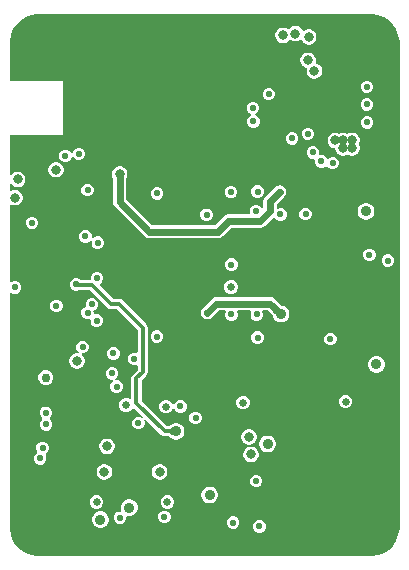
<source format=gbr>
%TF.GenerationSoftware,Altium Limited,Altium Designer,23.9.2 (47)*%
G04 Layer_Physical_Order=5*
G04 Layer_Color=16737945*
%FSLAX45Y45*%
%MOMM*%
%TF.SameCoordinates,C6D65D71-24B2-464F-8DE7-77A712877E08*%
%TF.FilePolarity,Positive*%
%TF.FileFunction,Copper,L5,Inr,Signal*%
%TF.Part,Single*%
G01*
G75*
%TA.AperFunction,Conductor*%
%ADD42C,0.62000*%
%ADD43C,0.35000*%
%TA.AperFunction,ComponentPad*%
%ADD56C,4.00000*%
%ADD57O,1.15800X2.31600*%
%ADD58O,1.20000X2.40000*%
%ADD59C,0.60000*%
%ADD60C,0.63000*%
%TA.AperFunction,ViaPad*%
%ADD61C,0.55000*%
%ADD62C,0.80000*%
%ADD63C,0.50000*%
%ADD64C,0.90000*%
%ADD65C,0.65000*%
%ADD66C,0.75000*%
G36*
X3195089Y4707739D02*
X3241314Y4688592D01*
X3282916Y4660795D01*
X3318295Y4625416D01*
X3346092Y4583814D01*
X3365239Y4537589D01*
X3375000Y4488517D01*
Y4463500D01*
Y376500D01*
Y351483D01*
X3365239Y302411D01*
X3346092Y256186D01*
X3318295Y214585D01*
X3282916Y179205D01*
X3241314Y151408D01*
X3195089Y132261D01*
X3146017Y122500D01*
X329000D01*
X303983Y122500D01*
X254911Y132261D01*
X208686Y151408D01*
X167085Y179205D01*
X131706Y214585D01*
X103908Y256186D01*
X84761Y302411D01*
X75000Y351483D01*
Y376500D01*
Y2353274D01*
X86734Y2358135D01*
X89415Y2355454D01*
X108858Y2347400D01*
X129902D01*
X149345Y2355454D01*
X164226Y2370335D01*
X172280Y2389778D01*
Y2410822D01*
X164226Y2430265D01*
X149345Y2445146D01*
X129902Y2453200D01*
X108858D01*
X89415Y2445146D01*
X86734Y2442465D01*
X75000Y2447326D01*
Y3095200D01*
X87700Y3102533D01*
X94136Y3098817D01*
X110770Y3094360D01*
X127990D01*
X144624Y3098817D01*
X159537Y3107427D01*
X171713Y3119603D01*
X180323Y3134516D01*
X184780Y3151150D01*
Y3168370D01*
X180323Y3185004D01*
X171713Y3199917D01*
X159537Y3212093D01*
X144624Y3220703D01*
X127990Y3225160D01*
X110770D01*
X94136Y3220703D01*
X87700Y3216987D01*
X75000Y3224320D01*
Y3274962D01*
X87700Y3278365D01*
X89907Y3274543D01*
X102083Y3262367D01*
X116996Y3253757D01*
X133630Y3249300D01*
X150850D01*
X167484Y3253757D01*
X182397Y3262367D01*
X194573Y3274543D01*
X203183Y3289456D01*
X207640Y3306090D01*
Y3323310D01*
X203183Y3339944D01*
X194573Y3354857D01*
X182397Y3367033D01*
X167484Y3375643D01*
X150850Y3380100D01*
X133630D01*
X116996Y3375643D01*
X102083Y3367033D01*
X89907Y3354857D01*
X87700Y3351035D01*
X75000Y3354438D01*
Y3690000D01*
X527500D01*
Y4145000D01*
X75000D01*
Y4463500D01*
X75000Y4488517D01*
X84761Y4537589D01*
X103907Y4583814D01*
X131704Y4625416D01*
X167083Y4660795D01*
X208685Y4688592D01*
X254910Y4707739D01*
X303983Y4717500D01*
X329000Y4717500D01*
X3121000Y4717500D01*
X3146017D01*
X3195089Y4707739D01*
D02*
G37*
%LPC*%
G36*
X2502890Y4614540D02*
X2485670D01*
X2469036Y4610083D01*
X2454123Y4601473D01*
X2441947Y4589297D01*
X2440921Y4587520D01*
X2430232Y4586112D01*
X2415319Y4594723D01*
X2398685Y4599180D01*
X2381465D01*
X2364832Y4594723D01*
X2349919Y4586112D01*
X2337742Y4573936D01*
X2329132Y4559023D01*
X2324675Y4542390D01*
Y4525170D01*
X2329132Y4508536D01*
X2337742Y4493623D01*
X2349919Y4481447D01*
X2364832Y4472837D01*
X2381465Y4468380D01*
X2398685D01*
X2415319Y4472837D01*
X2430232Y4481447D01*
X2442408Y4493623D01*
X2443434Y4495400D01*
X2454124Y4496807D01*
X2469036Y4488197D01*
X2485670Y4483740D01*
X2502890D01*
X2519524Y4488197D01*
X2531495Y4495109D01*
X2540155Y4494031D01*
X2546528Y4490938D01*
X2553707Y4478503D01*
X2565883Y4466327D01*
X2580796Y4457717D01*
X2597430Y4453260D01*
X2614650D01*
X2631284Y4457717D01*
X2646197Y4466327D01*
X2658373Y4478503D01*
X2666983Y4493416D01*
X2671440Y4510050D01*
Y4527270D01*
X2666983Y4543904D01*
X2658373Y4558817D01*
X2646197Y4570993D01*
X2631284Y4579603D01*
X2614650Y4584060D01*
X2597430D01*
X2580796Y4579603D01*
X2568825Y4572691D01*
X2560165Y4573769D01*
X2553792Y4576862D01*
X2546613Y4589297D01*
X2534437Y4601473D01*
X2519524Y4610083D01*
X2502890Y4614540D01*
D02*
G37*
G36*
X2609570Y4388480D02*
X2592350D01*
X2575716Y4384023D01*
X2560803Y4375413D01*
X2548627Y4363237D01*
X2540017Y4348324D01*
X2535560Y4331690D01*
Y4314470D01*
X2540017Y4297836D01*
X2548627Y4282923D01*
X2560803Y4270747D01*
X2575716Y4262137D01*
X2581993Y4260455D01*
X2592274Y4257224D01*
X2590385Y4245794D01*
X2588900Y4240250D01*
Y4223030D01*
X2593357Y4206396D01*
X2601967Y4191483D01*
X2614143Y4179307D01*
X2629056Y4170697D01*
X2645690Y4166240D01*
X2662910D01*
X2679544Y4170697D01*
X2694457Y4179307D01*
X2706633Y4191483D01*
X2715243Y4206396D01*
X2719700Y4223030D01*
Y4240250D01*
X2715243Y4256884D01*
X2706633Y4271797D01*
X2694457Y4283973D01*
X2679544Y4292583D01*
X2673267Y4294265D01*
X2662986Y4297496D01*
X2664875Y4308926D01*
X2666360Y4314470D01*
Y4331690D01*
X2661903Y4348324D01*
X2653293Y4363237D01*
X2641117Y4375413D01*
X2626204Y4384023D01*
X2609570Y4388480D01*
D02*
G37*
G36*
X3108900Y4151338D02*
X3087855D01*
X3068412Y4143284D01*
X3053532Y4128403D01*
X3045478Y4108960D01*
Y4087915D01*
X3053532Y4068472D01*
X3068412Y4053592D01*
X3087855Y4045538D01*
X3108900D01*
X3128343Y4053592D01*
X3143224Y4068472D01*
X3151278Y4087915D01*
Y4108960D01*
X3143224Y4128403D01*
X3128343Y4143284D01*
X3108900Y4151338D01*
D02*
G37*
G36*
X2279035Y4090045D02*
X2257990D01*
X2238547Y4081991D01*
X2223666Y4067110D01*
X2215613Y4047667D01*
Y4026622D01*
X2223666Y4007179D01*
X2238547Y3992299D01*
X2257990Y3984245D01*
X2279035D01*
X2298478Y3992299D01*
X2313359Y4007179D01*
X2321412Y4026622D01*
Y4047667D01*
X2313359Y4067110D01*
X2298478Y4081991D01*
X2279035Y4090045D01*
D02*
G37*
G36*
X3109322Y4002600D02*
X3088278D01*
X3068835Y3994546D01*
X3053954Y3979665D01*
X3045900Y3960222D01*
Y3939178D01*
X3053954Y3919735D01*
X3068835Y3904854D01*
X3088278Y3896800D01*
X3109322D01*
X3128765Y3904854D01*
X3143646Y3919735D01*
X3151700Y3939178D01*
Y3960222D01*
X3143646Y3979665D01*
X3128765Y3994546D01*
X3109322Y4002600D01*
D02*
G37*
G36*
X2144122Y3972120D02*
X2123078D01*
X2103635Y3964066D01*
X2088754Y3949185D01*
X2080700Y3929742D01*
Y3908698D01*
X2088754Y3889255D01*
X2103635Y3874374D01*
X2117105Y3868794D01*
Y3855048D01*
X2107854Y3851216D01*
X2092973Y3836335D01*
X2084920Y3816892D01*
Y3795847D01*
X2092973Y3776404D01*
X2107854Y3761523D01*
X2127297Y3753470D01*
X2148342D01*
X2167785Y3761523D01*
X2182666Y3776404D01*
X2190719Y3795847D01*
Y3816892D01*
X2182666Y3836335D01*
X2167785Y3851216D01*
X2154314Y3856795D01*
Y3870542D01*
X2163565Y3874374D01*
X2178446Y3889255D01*
X2186500Y3908698D01*
Y3929742D01*
X2178446Y3949185D01*
X2163565Y3964066D01*
X2144122Y3972120D01*
D02*
G37*
G36*
X3111709Y3850206D02*
X3090664D01*
X3071221Y3842153D01*
X3056340Y3827272D01*
X3048287Y3807829D01*
Y3786784D01*
X3056340Y3767341D01*
X3071221Y3752460D01*
X3090664Y3744407D01*
X3111709D01*
X3131152Y3752460D01*
X3146033Y3767341D01*
X3154086Y3786784D01*
Y3807829D01*
X3146033Y3827272D01*
X3131152Y3842153D01*
X3111709Y3850206D01*
D02*
G37*
G36*
X2903191Y3710765D02*
X2885970D01*
X2869337Y3706308D01*
X2862937Y3702613D01*
X2857344Y3705843D01*
X2840710Y3710300D01*
X2823490D01*
X2806856Y3705843D01*
X2791943Y3697233D01*
X2779767Y3685057D01*
X2771157Y3670144D01*
X2766700Y3653510D01*
Y3636290D01*
X2771157Y3619656D01*
X2779767Y3604743D01*
X2791943Y3592567D01*
X2806856Y3583957D01*
X2823490Y3579500D01*
X2832067D01*
Y3569679D01*
X2836524Y3553045D01*
X2845134Y3538132D01*
X2857310Y3525956D01*
X2872223Y3517346D01*
X2888857Y3512889D01*
X2906077D01*
X2922710Y3517346D01*
X2937328Y3525785D01*
X2946556Y3520457D01*
X2963190Y3516000D01*
X2980410D01*
X2997044Y3520457D01*
X3011957Y3529067D01*
X3024133Y3541243D01*
X3032743Y3556156D01*
X3037200Y3572790D01*
Y3590010D01*
X3032743Y3606644D01*
X3028987Y3613150D01*
X3032743Y3619656D01*
X3037200Y3636290D01*
Y3653510D01*
X3032743Y3670144D01*
X3024133Y3685057D01*
X3011957Y3697233D01*
X2997044Y3705843D01*
X2980410Y3710300D01*
X2963190D01*
X2946556Y3705843D01*
X2933593Y3698359D01*
X2919824Y3706308D01*
X2903191Y3710765D01*
D02*
G37*
G36*
X2610007Y3752900D02*
X2588963D01*
X2569520Y3744846D01*
X2554639Y3729965D01*
X2546585Y3710522D01*
Y3689478D01*
X2554639Y3670035D01*
X2569520Y3655154D01*
X2588963Y3647100D01*
X2610007D01*
X2629450Y3655154D01*
X2644331Y3670035D01*
X2652385Y3689478D01*
Y3710522D01*
X2644331Y3729965D01*
X2629450Y3744846D01*
X2610007Y3752900D01*
D02*
G37*
G36*
X2476862Y3715580D02*
X2455818D01*
X2436375Y3707526D01*
X2421494Y3692645D01*
X2413440Y3673202D01*
Y3652158D01*
X2421494Y3632715D01*
X2436375Y3617834D01*
X2455818Y3609780D01*
X2476862D01*
X2496305Y3617834D01*
X2511186Y3632715D01*
X2519240Y3652158D01*
Y3673202D01*
X2511186Y3692645D01*
X2496305Y3707526D01*
X2476862Y3715580D01*
D02*
G37*
G36*
X670922Y3583500D02*
X649878D01*
X630435Y3575446D01*
X615554Y3560565D01*
X607500Y3541122D01*
Y3536008D01*
X594800Y3533481D01*
X590946Y3542785D01*
X576065Y3557666D01*
X556622Y3565720D01*
X535578D01*
X516135Y3557666D01*
X501254Y3542785D01*
X493200Y3523342D01*
Y3502298D01*
X501254Y3482855D01*
X516135Y3467974D01*
X535578Y3459920D01*
X556622D01*
X576065Y3467974D01*
X590946Y3482855D01*
X599000Y3502298D01*
Y3507412D01*
X611700Y3509939D01*
X615554Y3500635D01*
X630435Y3485754D01*
X649878Y3477700D01*
X670922D01*
X690365Y3485754D01*
X705246Y3500635D01*
X713300Y3520078D01*
Y3541122D01*
X705246Y3560565D01*
X690365Y3575446D01*
X670922Y3583500D01*
D02*
G37*
G36*
X2652122Y3596200D02*
X2631078D01*
X2611635Y3588146D01*
X2596754Y3573265D01*
X2588700Y3553822D01*
Y3532778D01*
X2596754Y3513335D01*
X2611635Y3498454D01*
X2631078Y3490400D01*
X2652122D01*
X2661159Y3480397D01*
X2659793Y3477100D01*
Y3456055D01*
X2667847Y3436612D01*
X2682728Y3421732D01*
X2702171Y3413678D01*
X2723216D01*
X2742658Y3421732D01*
X2749158Y3428231D01*
X2764139Y3425252D01*
X2765291Y3422472D01*
X2780171Y3407591D01*
X2799614Y3399538D01*
X2820659D01*
X2840102Y3407591D01*
X2854983Y3422472D01*
X2863037Y3441915D01*
Y3462960D01*
X2854983Y3482403D01*
X2840102Y3497284D01*
X2820659Y3505337D01*
X2799614D01*
X2780171Y3497284D01*
X2773672Y3490784D01*
X2758691Y3493763D01*
X2757539Y3496543D01*
X2742658Y3511424D01*
X2723216Y3519478D01*
X2702171D01*
X2693134Y3529481D01*
X2694500Y3532778D01*
Y3553822D01*
X2686446Y3573265D01*
X2671565Y3588146D01*
X2652122Y3596200D01*
D02*
G37*
G36*
X476610Y3462020D02*
X459390D01*
X442756Y3457563D01*
X427843Y3448953D01*
X415667Y3436776D01*
X407057Y3421863D01*
X402600Y3405230D01*
Y3388010D01*
X407057Y3371376D01*
X415667Y3356463D01*
X427843Y3344287D01*
X442756Y3335677D01*
X459390Y3331220D01*
X476610D01*
X493243Y3335677D01*
X508156Y3344287D01*
X520333Y3356463D01*
X528943Y3371376D01*
X533400Y3388010D01*
Y3405230D01*
X528943Y3421863D01*
X520333Y3436776D01*
X508156Y3448953D01*
X493243Y3457563D01*
X476610Y3462020D01*
D02*
G37*
G36*
X744582Y3276160D02*
X723538D01*
X704095Y3268106D01*
X689214Y3253225D01*
X681160Y3233782D01*
Y3212738D01*
X689214Y3193295D01*
X704095Y3178414D01*
X723538Y3170360D01*
X744582D01*
X764025Y3178414D01*
X778906Y3193295D01*
X786960Y3212738D01*
Y3233782D01*
X778906Y3253225D01*
X764025Y3268106D01*
X744582Y3276160D01*
D02*
G37*
G36*
X2183536Y3264022D02*
X2162491D01*
X2143048Y3255968D01*
X2128167Y3241087D01*
X2120114Y3221644D01*
Y3200599D01*
X2128167Y3181156D01*
X2143048Y3166276D01*
X2162491Y3158222D01*
X2183536D01*
X2202979Y3166276D01*
X2217860Y3181156D01*
X2225914Y3200599D01*
Y3221644D01*
X2217860Y3241087D01*
X2202979Y3255968D01*
X2183536Y3264022D01*
D02*
G37*
G36*
X1958702Y3260920D02*
X1937658D01*
X1918215Y3252866D01*
X1903334Y3237985D01*
X1895280Y3218542D01*
Y3197498D01*
X1903334Y3178055D01*
X1918215Y3163174D01*
X1937658Y3155120D01*
X1958702D01*
X1978145Y3163174D01*
X1993026Y3178055D01*
X2001080Y3197498D01*
Y3218542D01*
X1993026Y3237985D01*
X1978145Y3252866D01*
X1958702Y3260920D01*
D02*
G37*
G36*
X1332862Y3248189D02*
X1311818D01*
X1292375Y3240135D01*
X1277494Y3225254D01*
X1269440Y3205811D01*
Y3184766D01*
X1277494Y3165323D01*
X1292375Y3150443D01*
X1311818Y3142389D01*
X1332862D01*
X1352305Y3150443D01*
X1367186Y3165323D01*
X1375240Y3184766D01*
Y3205811D01*
X1367186Y3225254D01*
X1352305Y3240135D01*
X1332862Y3248189D01*
D02*
G37*
G36*
X3100489Y3114655D02*
X3081952D01*
X3064047Y3109858D01*
X3047994Y3100589D01*
X3034886Y3087482D01*
X3025618Y3071429D01*
X3020820Y3053524D01*
Y3034987D01*
X3025618Y3017082D01*
X3034886Y3001029D01*
X3047994Y2987921D01*
X3064047Y2978653D01*
X3081952Y2973855D01*
X3100489D01*
X3118394Y2978653D01*
X3134447Y2987921D01*
X3147554Y3001029D01*
X3156823Y3017082D01*
X3161620Y3034987D01*
Y3053524D01*
X3156823Y3071429D01*
X3147554Y3087482D01*
X3134447Y3100589D01*
X3118394Y3109858D01*
X3100489Y3114655D01*
D02*
G37*
G36*
X2590417Y3073705D02*
X2569372D01*
X2549929Y3065651D01*
X2535048Y3050771D01*
X2526995Y3031328D01*
Y3010283D01*
X2535048Y2990840D01*
X2549929Y2975959D01*
X2569372Y2967905D01*
X2590417D01*
X2609860Y2975959D01*
X2624741Y2990840D01*
X2632794Y3010283D01*
Y3031328D01*
X2624741Y3050771D01*
X2609860Y3065651D01*
X2590417Y3073705D01*
D02*
G37*
G36*
X1014450Y3425820D02*
X997230D01*
X980596Y3421363D01*
X965683Y3412753D01*
X953507Y3400577D01*
X944897Y3385664D01*
X940440Y3369030D01*
Y3351810D01*
X944897Y3335176D01*
X948335Y3329221D01*
Y3124200D01*
X952712Y3102194D01*
X965178Y3083538D01*
X1216638Y2832078D01*
X1235294Y2819612D01*
X1257300Y2815235D01*
X1836032D01*
X1858038Y2819612D01*
X1876694Y2832078D01*
X1950056Y2905439D01*
X2195572D01*
X2217578Y2909817D01*
X2236234Y2922282D01*
X2308222Y2994270D01*
X2320678Y2991793D01*
X2322434Y2987555D01*
X2337315Y2972674D01*
X2356758Y2964620D01*
X2377802D01*
X2397245Y2972674D01*
X2412126Y2987555D01*
X2420180Y3006998D01*
Y3028042D01*
X2412126Y3047485D01*
X2397245Y3062366D01*
X2377802Y3070420D01*
X2356758D01*
X2347902Y3066752D01*
X2335202Y3075238D01*
Y3103914D01*
X2400484Y3169196D01*
X2412950Y3187852D01*
X2417327Y3209858D01*
X2412950Y3231865D01*
X2400484Y3250521D01*
X2381829Y3262986D01*
X2359822Y3267363D01*
X2337816Y3262986D01*
X2319160Y3250521D01*
X2237035Y3168395D01*
X2224569Y3149739D01*
X2220192Y3127733D01*
Y3074928D01*
X2207492Y3072402D01*
X2205666Y3076810D01*
X2190785Y3091691D01*
X2171342Y3099744D01*
X2150297D01*
X2130855Y3091691D01*
X2115974Y3076810D01*
X2107920Y3057367D01*
Y3036322D01*
X2110121Y3031009D01*
X2103065Y3020449D01*
X1926236D01*
X1904230Y3016072D01*
X1885574Y3003606D01*
X1812213Y2930245D01*
X1281120D01*
X1063345Y3148020D01*
Y3329221D01*
X1066783Y3335176D01*
X1071240Y3351810D01*
Y3369030D01*
X1066783Y3385664D01*
X1058173Y3400577D01*
X1045997Y3412753D01*
X1031084Y3421363D01*
X1014450Y3425820D01*
D02*
G37*
G36*
X1752962Y3067880D02*
X1731918D01*
X1712475Y3059826D01*
X1697594Y3044945D01*
X1689540Y3025502D01*
Y3004458D01*
X1697594Y2985015D01*
X1712475Y2970134D01*
X1731918Y2962080D01*
X1752962D01*
X1772405Y2970134D01*
X1787286Y2985015D01*
X1795340Y3004458D01*
Y3025502D01*
X1787286Y3044945D01*
X1772405Y3059826D01*
X1752962Y3067880D01*
D02*
G37*
G36*
X274039Y2999384D02*
X252994D01*
X233551Y2991330D01*
X218670Y2976449D01*
X210616Y2957006D01*
Y2935961D01*
X218670Y2916518D01*
X233551Y2901638D01*
X252994Y2893584D01*
X274039D01*
X293482Y2901638D01*
X308362Y2916518D01*
X316416Y2935961D01*
Y2957006D01*
X308362Y2976449D01*
X293482Y2991330D01*
X274039Y2999384D01*
D02*
G37*
G36*
X724977Y2884618D02*
X703932D01*
X684489Y2876565D01*
X669608Y2861684D01*
X661555Y2842241D01*
Y2821196D01*
X669608Y2801753D01*
X684489Y2786872D01*
X703932Y2778819D01*
X724977D01*
X744420Y2786872D01*
X759300Y2801753D01*
X770454Y2796710D01*
X767520Y2788843D01*
X767520Y2785043D01*
Y2767798D01*
X775574Y2748355D01*
X790455Y2733474D01*
X809898Y2725421D01*
X830942D01*
X850385Y2733474D01*
X865266Y2748355D01*
X873320Y2767798D01*
Y2788843D01*
X865266Y2808286D01*
X850385Y2823167D01*
X830942Y2831220D01*
X809898D01*
X790455Y2823167D01*
X775574Y2808286D01*
X764421Y2813329D01*
X767355Y2821196D01*
X767354Y2824996D01*
Y2842241D01*
X759301Y2861684D01*
X744420Y2876565D01*
X724977Y2884618D01*
D02*
G37*
G36*
X3130390Y2728132D02*
X3109345D01*
X3089902Y2720079D01*
X3075021Y2705198D01*
X3066967Y2685755D01*
Y2664710D01*
X3075021Y2645267D01*
X3089902Y2630386D01*
X3109345Y2622333D01*
X3130390D01*
X3149833Y2630386D01*
X3164714Y2645267D01*
X3172767Y2664710D01*
Y2685755D01*
X3164714Y2705198D01*
X3149833Y2720079D01*
X3130390Y2728132D01*
D02*
G37*
G36*
X3287122Y2679260D02*
X3266078D01*
X3246635Y2671206D01*
X3231754Y2656325D01*
X3223700Y2636882D01*
Y2615838D01*
X3231754Y2596395D01*
X3246635Y2581514D01*
X3266078Y2573460D01*
X3287122D01*
X3306565Y2581514D01*
X3321446Y2596395D01*
X3329500Y2615838D01*
Y2636882D01*
X3321446Y2656325D01*
X3306565Y2671206D01*
X3287122Y2679260D01*
D02*
G37*
G36*
X1961242Y2646240D02*
X1940198D01*
X1920755Y2638186D01*
X1905874Y2623305D01*
X1897820Y2603862D01*
Y2582818D01*
X1905874Y2563375D01*
X1920755Y2548494D01*
X1940198Y2540440D01*
X1961242D01*
X1980685Y2548494D01*
X1995566Y2563375D01*
X2003620Y2582818D01*
Y2603862D01*
X1995566Y2623305D01*
X1980685Y2638186D01*
X1961242Y2646240D01*
D02*
G37*
G36*
X824547Y2531605D02*
X803502D01*
X784059Y2523551D01*
X769178Y2508670D01*
X761124Y2489227D01*
Y2468183D01*
X758570Y2464360D01*
X673491D01*
X667505Y2470346D01*
X648062Y2478400D01*
X627018D01*
X607575Y2470346D01*
X592694Y2455465D01*
X584640Y2436023D01*
Y2414978D01*
X592694Y2395535D01*
X607575Y2380654D01*
X627018Y2372600D01*
X648062D01*
X658394Y2376880D01*
X754431D01*
X901640Y2229671D01*
X915830Y2220189D01*
X932569Y2216860D01*
X982162D01*
X1157016Y2042005D01*
Y1851806D01*
X1146457Y1844750D01*
X1140879Y1847061D01*
X1119834D01*
X1100391Y1839007D01*
X1085511Y1824126D01*
X1077457Y1804683D01*
Y1783638D01*
X1085511Y1764195D01*
X1100391Y1749315D01*
X1119834Y1741261D01*
X1140879D01*
X1146457Y1743571D01*
X1157016Y1736515D01*
Y1700337D01*
X1117151Y1660471D01*
X1107669Y1646281D01*
X1104340Y1629542D01*
Y1457937D01*
X1091639Y1452358D01*
X1073237Y1459980D01*
X1050203D01*
X1028922Y1451165D01*
X1012635Y1434878D01*
X1003820Y1413597D01*
Y1390563D01*
X1012635Y1369282D01*
X1028922Y1352995D01*
X1050203Y1344180D01*
X1073237D01*
X1094518Y1352995D01*
X1110805Y1369282D01*
X1114503Y1378210D01*
X1126959Y1380688D01*
X1201080Y1306567D01*
X1194345Y1296657D01*
X1174902Y1304710D01*
X1153857D01*
X1134414Y1296657D01*
X1119533Y1281776D01*
X1111480Y1262333D01*
Y1241288D01*
X1119533Y1221845D01*
X1134414Y1206964D01*
X1153857Y1198911D01*
X1174902D01*
X1194345Y1206964D01*
X1209226Y1221845D01*
X1217280Y1241288D01*
Y1262333D01*
X1209226Y1281776D01*
X1219136Y1288511D01*
X1354288Y1153359D01*
X1368478Y1143877D01*
X1385217Y1140548D01*
X1417670D01*
X1417734Y1140541D01*
X1419698Y1140175D01*
X1421350Y1139721D01*
X1422736Y1139202D01*
X1423914Y1138630D01*
X1424950Y1137996D01*
X1425911Y1137270D01*
X1426851Y1136403D01*
X1428591Y1134463D01*
X1429908Y1133476D01*
X1439490Y1123894D01*
X1455543Y1114626D01*
X1473448Y1109828D01*
X1491985D01*
X1509890Y1114626D01*
X1525944Y1123894D01*
X1539051Y1137001D01*
X1548319Y1153055D01*
X1553117Y1170960D01*
Y1189496D01*
X1548319Y1207401D01*
X1539051Y1223455D01*
X1525944Y1236562D01*
X1509890Y1245830D01*
X1491985Y1250628D01*
X1473448D01*
X1455543Y1245830D01*
X1439490Y1236562D01*
X1438016Y1235088D01*
X1437515Y1234832D01*
X1435223Y1233025D01*
X1433643Y1231962D01*
X1431997Y1231028D01*
X1430257Y1230208D01*
X1428394Y1229496D01*
X1426368Y1228888D01*
X1424160Y1228391D01*
X1421816Y1228029D01*
X1403335D01*
X1191820Y1439543D01*
Y1611425D01*
X1231686Y1651290D01*
X1241168Y1665481D01*
X1244497Y1682219D01*
Y2060123D01*
X1241168Y2076862D01*
X1231686Y2091052D01*
X1031209Y2291529D01*
X1017019Y2301011D01*
X1000280Y2304340D01*
X950686D01*
X835935Y2419092D01*
X838412Y2431548D01*
X843990Y2433858D01*
X858871Y2448739D01*
X866924Y2468182D01*
Y2489227D01*
X858871Y2508670D01*
X843990Y2523551D01*
X824547Y2531605D01*
D02*
G37*
G36*
X1962237Y2460740D02*
X1939203D01*
X1917922Y2451925D01*
X1901635Y2435638D01*
X1892820Y2414357D01*
Y2391323D01*
X1901635Y2370042D01*
X1917922Y2353755D01*
X1939203Y2344940D01*
X1962237D01*
X1983518Y2353755D01*
X1999805Y2370042D01*
X2008620Y2391323D01*
Y2414357D01*
X1999805Y2435638D01*
X1983518Y2451925D01*
X1962237Y2460740D01*
D02*
G37*
G36*
X480422Y2295720D02*
X459378D01*
X439935Y2287666D01*
X425054Y2272785D01*
X417000Y2253342D01*
Y2232298D01*
X425054Y2212855D01*
X439935Y2197974D01*
X459378Y2189920D01*
X480422D01*
X499865Y2197974D01*
X514746Y2212855D01*
X522800Y2232298D01*
Y2253342D01*
X514746Y2272785D01*
X499865Y2287666D01*
X480422Y2295720D01*
D02*
G37*
G36*
X2280920Y2321085D02*
X1824388D01*
X1802381Y2316708D01*
X1783725Y2304242D01*
X1706962Y2227479D01*
X1694497Y2208823D01*
X1690120Y2186817D01*
X1694497Y2164811D01*
X1706962Y2146155D01*
X1725618Y2133689D01*
X1747624Y2129312D01*
X1769631Y2133689D01*
X1788286Y2146155D01*
X1848207Y2206075D01*
X1893954D01*
X1902440Y2193375D01*
X1897820Y2182222D01*
Y2161178D01*
X1905874Y2141735D01*
X1920755Y2126854D01*
X1940198Y2118800D01*
X1961242D01*
X1980685Y2126854D01*
X1995566Y2141735D01*
X2003620Y2161178D01*
Y2182222D01*
X1999000Y2193375D01*
X2007486Y2206075D01*
X2109854D01*
X2118340Y2193375D01*
X2113720Y2182222D01*
Y2161178D01*
X2121774Y2141735D01*
X2136655Y2126854D01*
X2156098Y2118800D01*
X2177142D01*
X2196585Y2126854D01*
X2211466Y2141735D01*
X2219520Y2161178D01*
Y2182222D01*
X2214900Y2193375D01*
X2223386Y2206075D01*
X2257101D01*
X2300586Y2162590D01*
X2304778Y2146947D01*
X2314046Y2130893D01*
X2327153Y2117786D01*
X2343207Y2108518D01*
X2361112Y2103720D01*
X2379649D01*
X2397553Y2108518D01*
X2413607Y2117786D01*
X2426714Y2130893D01*
X2435982Y2146947D01*
X2440780Y2164852D01*
Y2183389D01*
X2435982Y2201294D01*
X2426714Y2217347D01*
X2413607Y2230454D01*
X2397553Y2239722D01*
X2381910Y2243914D01*
X2321582Y2304242D01*
X2302926Y2316708D01*
X2280920Y2321085D01*
D02*
G37*
G36*
X781431Y2308758D02*
X760386D01*
X740943Y2300705D01*
X726063Y2285824D01*
X718009Y2266381D01*
Y2245336D01*
X721660Y2236522D01*
X704095Y2229246D01*
X689214Y2214365D01*
X681160Y2194922D01*
Y2173878D01*
X689214Y2154435D01*
X704095Y2139554D01*
X723538Y2131500D01*
X744582D01*
X747368Y2132654D01*
X758688Y2123596D01*
Y2108277D01*
X766741Y2088835D01*
X781622Y2073954D01*
X801065Y2065900D01*
X822110D01*
X841553Y2073954D01*
X856434Y2088835D01*
X864487Y2108277D01*
Y2129322D01*
X856434Y2148765D01*
X841553Y2163646D01*
X822110Y2171700D01*
X801065D01*
X798280Y2170546D01*
X786960Y2179604D01*
Y2194922D01*
X783309Y2203736D01*
X800874Y2211012D01*
X815755Y2225893D01*
X823809Y2245336D01*
Y2266381D01*
X815755Y2285824D01*
X800874Y2300705D01*
X781431Y2308758D01*
D02*
G37*
G36*
X1331322Y2036640D02*
X1310278D01*
X1290835Y2028586D01*
X1275954Y2013705D01*
X1267900Y1994262D01*
Y1973218D01*
X1275954Y1953775D01*
X1290835Y1938894D01*
X1310278Y1930840D01*
X1331322D01*
X1350765Y1938894D01*
X1365646Y1953775D01*
X1373700Y1973218D01*
Y1994262D01*
X1365646Y2013705D01*
X1350765Y2028586D01*
X1331322Y2036640D01*
D02*
G37*
G36*
X2184905Y2028669D02*
X2163861D01*
X2144418Y2020615D01*
X2129537Y2005734D01*
X2121483Y1986291D01*
Y1965247D01*
X2129537Y1945804D01*
X2144418Y1930923D01*
X2163861Y1922869D01*
X2184905D01*
X2204348Y1930923D01*
X2219229Y1945804D01*
X2227283Y1965247D01*
Y1986291D01*
X2219229Y2005734D01*
X2204348Y2020615D01*
X2184905Y2028669D01*
D02*
G37*
G36*
X2799336Y2015362D02*
X2778291D01*
X2758848Y2007308D01*
X2743967Y1992428D01*
X2735914Y1972985D01*
Y1951940D01*
X2743967Y1932497D01*
X2758848Y1917616D01*
X2778291Y1909562D01*
X2799336D01*
X2818779Y1917616D01*
X2833660Y1932497D01*
X2841713Y1951940D01*
Y1972985D01*
X2833660Y1992428D01*
X2818779Y2007308D01*
X2799336Y2015362D01*
D02*
G37*
G36*
X963022Y1894120D02*
X941978D01*
X922535Y1886066D01*
X907654Y1871185D01*
X899600Y1851742D01*
Y1830697D01*
X907654Y1811254D01*
X922535Y1796374D01*
X941978Y1788320D01*
X963022D01*
X982465Y1796374D01*
X997346Y1811254D01*
X1005400Y1830697D01*
Y1851742D01*
X997346Y1871185D01*
X982465Y1886066D01*
X963022Y1894120D01*
D02*
G37*
G36*
X703014Y1947336D02*
X681969D01*
X662526Y1939283D01*
X647645Y1924402D01*
X639591Y1904959D01*
Y1883914D01*
X647645Y1864471D01*
X657156Y1854960D01*
X651815Y1844542D01*
X650756Y1843400D01*
X634010D01*
X617376Y1838943D01*
X602463Y1830333D01*
X590287Y1818157D01*
X581677Y1803244D01*
X577220Y1786610D01*
Y1769390D01*
X581677Y1752756D01*
X590287Y1737843D01*
X602463Y1725667D01*
X617376Y1717057D01*
X634010Y1712600D01*
X651230D01*
X667864Y1717057D01*
X682777Y1725667D01*
X694953Y1737843D01*
X703563Y1752756D01*
X708020Y1769390D01*
Y1786610D01*
X703563Y1803244D01*
X694953Y1818157D01*
X684273Y1828837D01*
X685311Y1835070D01*
X688771Y1841537D01*
X703014D01*
X722457Y1849590D01*
X737337Y1864471D01*
X745391Y1883914D01*
Y1904959D01*
X737337Y1924402D01*
X722457Y1939283D01*
X703014Y1947336D01*
D02*
G37*
G36*
X3188629Y1817920D02*
X3170092D01*
X3152187Y1813122D01*
X3136133Y1803854D01*
X3123026Y1790747D01*
X3113758Y1774693D01*
X3108960Y1756788D01*
Y1738252D01*
X3113758Y1720347D01*
X3123026Y1704293D01*
X3136133Y1691186D01*
X3152187Y1681918D01*
X3170092Y1677120D01*
X3188629D01*
X3206534Y1681918D01*
X3222587Y1691186D01*
X3235694Y1704293D01*
X3244963Y1720347D01*
X3249760Y1738252D01*
Y1756788D01*
X3244963Y1774693D01*
X3235694Y1790747D01*
X3222587Y1803854D01*
X3206534Y1813122D01*
X3188629Y1817920D01*
D02*
G37*
G36*
X393512Y1698660D02*
X368488D01*
X345370Y1689084D01*
X327676Y1671390D01*
X318100Y1648272D01*
Y1623248D01*
X327676Y1600130D01*
X345370Y1582436D01*
X368488Y1572860D01*
X393512D01*
X416630Y1582436D01*
X434324Y1600130D01*
X443900Y1623248D01*
Y1648272D01*
X434324Y1671390D01*
X416630Y1689084D01*
X393512Y1698660D01*
D02*
G37*
G36*
X952862Y1724220D02*
X931818D01*
X912375Y1716166D01*
X897494Y1701285D01*
X889440Y1681842D01*
Y1660798D01*
X897494Y1641355D01*
X912375Y1626474D01*
X931818Y1618420D01*
X952862D01*
X955981Y1606687D01*
X950475Y1604406D01*
X935594Y1589525D01*
X927540Y1570082D01*
Y1549038D01*
X935594Y1529595D01*
X950475Y1514714D01*
X969918Y1506660D01*
X990962D01*
X1010405Y1514714D01*
X1025286Y1529595D01*
X1033340Y1549038D01*
Y1570082D01*
X1025286Y1589525D01*
X1010405Y1604406D01*
X990962Y1612460D01*
X969918D01*
X966799Y1624193D01*
X972305Y1626474D01*
X987186Y1641355D01*
X995240Y1660798D01*
Y1681842D01*
X987186Y1701285D01*
X972305Y1716166D01*
X952862Y1724220D01*
D02*
G37*
G36*
X2930026Y1491133D02*
X2906992D01*
X2885711Y1482318D01*
X2869424Y1466030D01*
X2860609Y1444750D01*
Y1421715D01*
X2869424Y1400435D01*
X2885711Y1384147D01*
X2906992Y1375333D01*
X2930026D01*
X2951307Y1384147D01*
X2967594Y1400435D01*
X2976409Y1421715D01*
Y1444750D01*
X2967594Y1466030D01*
X2951307Y1482318D01*
X2930026Y1491133D01*
D02*
G37*
G36*
X2063837Y1482840D02*
X2040803D01*
X2019522Y1474025D01*
X2003235Y1457738D01*
X1994420Y1436457D01*
Y1413423D01*
X2003235Y1392142D01*
X2019522Y1375855D01*
X2040803Y1367040D01*
X2063837D01*
X2085118Y1375855D01*
X2101405Y1392142D01*
X2110220Y1413423D01*
Y1436457D01*
X2101405Y1457738D01*
X2085118Y1474025D01*
X2063837Y1482840D01*
D02*
G37*
G36*
X1409333Y1449396D02*
X1386299D01*
X1365018Y1440581D01*
X1348731Y1424294D01*
X1339916Y1403013D01*
Y1379979D01*
X1348731Y1358698D01*
X1365018Y1342411D01*
X1386299Y1333596D01*
X1409333D01*
X1430614Y1342411D01*
X1446901Y1358698D01*
X1454289Y1376533D01*
X1466972Y1377896D01*
X1467512Y1377796D01*
X1474074Y1361955D01*
X1488955Y1347074D01*
X1508398Y1339020D01*
X1529442D01*
X1548885Y1347074D01*
X1563766Y1361955D01*
X1571820Y1381398D01*
Y1402442D01*
X1563766Y1421885D01*
X1548885Y1436766D01*
X1529442Y1444820D01*
X1508398D01*
X1488955Y1436766D01*
X1474074Y1421885D01*
X1467449Y1405893D01*
X1454287Y1406464D01*
X1446901Y1424294D01*
X1430614Y1440581D01*
X1409333Y1449396D01*
D02*
G37*
G36*
X1658514Y1347504D02*
X1637469D01*
X1618026Y1339450D01*
X1603145Y1324570D01*
X1595092Y1305127D01*
Y1284082D01*
X1603145Y1264639D01*
X1618026Y1249758D01*
X1637469Y1241704D01*
X1658514D01*
X1677957Y1249758D01*
X1692838Y1264639D01*
X1700891Y1284082D01*
Y1305127D01*
X1692838Y1324570D01*
X1677957Y1339450D01*
X1658514Y1347504D01*
D02*
G37*
G36*
X391522Y1391480D02*
X370478D01*
X351035Y1383426D01*
X336154Y1368545D01*
X328100Y1349102D01*
Y1328058D01*
X336154Y1308615D01*
X348692Y1296077D01*
X350773Y1291084D01*
X349734Y1280526D01*
X338694Y1269485D01*
X330640Y1250042D01*
Y1228998D01*
X338694Y1209555D01*
X353575Y1194674D01*
X373018Y1186620D01*
X394062D01*
X413505Y1194674D01*
X428386Y1209555D01*
X436440Y1228998D01*
Y1250042D01*
X428386Y1269485D01*
X415848Y1282023D01*
X413767Y1287016D01*
X414806Y1297574D01*
X425846Y1308615D01*
X433900Y1328058D01*
Y1349102D01*
X425846Y1368545D01*
X410965Y1383426D01*
X391522Y1391480D01*
D02*
G37*
G36*
X2109190Y1200780D02*
X2091970D01*
X2075336Y1196323D01*
X2060423Y1187713D01*
X2048247Y1175537D01*
X2039637Y1160624D01*
X2035180Y1143990D01*
Y1126770D01*
X2039637Y1110136D01*
X2048247Y1095223D01*
X2060423Y1083047D01*
X2075336Y1074437D01*
X2091970Y1069980D01*
X2109190D01*
X2125824Y1074437D01*
X2140737Y1083047D01*
X2152913Y1095223D01*
X2161523Y1110136D01*
X2165980Y1126770D01*
Y1143990D01*
X2161523Y1160624D01*
X2152913Y1175537D01*
X2140737Y1187713D01*
X2125824Y1196323D01*
X2109190Y1200780D01*
D02*
G37*
G36*
X2267328Y1144820D02*
X2248792D01*
X2230887Y1140022D01*
X2214833Y1130754D01*
X2201726Y1117647D01*
X2192458Y1101593D01*
X2187660Y1083688D01*
Y1065152D01*
X2192458Y1047247D01*
X2201726Y1031193D01*
X2214833Y1018086D01*
X2230887Y1008818D01*
X2248792Y1004020D01*
X2267328D01*
X2285233Y1008818D01*
X2301287Y1018086D01*
X2314394Y1031193D01*
X2323662Y1047247D01*
X2328460Y1065152D01*
Y1083688D01*
X2323662Y1101593D01*
X2314394Y1117647D01*
X2301287Y1130754D01*
X2285233Y1140022D01*
X2267328Y1144820D01*
D02*
G37*
G36*
X907729Y1119603D02*
X890509D01*
X873875Y1115146D01*
X858962Y1106536D01*
X846786Y1094360D01*
X838176Y1079447D01*
X833719Y1062813D01*
Y1045593D01*
X838176Y1028960D01*
X846786Y1014046D01*
X858962Y1001870D01*
X873875Y993260D01*
X890509Y988803D01*
X907729D01*
X924362Y993260D01*
X939275Y1001870D01*
X951451Y1014046D01*
X960062Y1028960D01*
X964519Y1045593D01*
Y1062813D01*
X960062Y1079447D01*
X951451Y1094360D01*
X939275Y1106536D01*
X924362Y1115146D01*
X907729Y1119603D01*
D02*
G37*
G36*
X2126970Y1050920D02*
X2109750D01*
X2093116Y1046463D01*
X2078203Y1037853D01*
X2066027Y1025677D01*
X2057417Y1010764D01*
X2052960Y994130D01*
Y976910D01*
X2057417Y960276D01*
X2066027Y945363D01*
X2078203Y933187D01*
X2093116Y924577D01*
X2109750Y920120D01*
X2126970D01*
X2143604Y924577D01*
X2158517Y933187D01*
X2170693Y945363D01*
X2179303Y960276D01*
X2183760Y976910D01*
Y994130D01*
X2179303Y1010764D01*
X2170693Y1025677D01*
X2158517Y1037853D01*
X2143604Y1046463D01*
X2126970Y1050920D01*
D02*
G37*
G36*
X364443Y1093440D02*
X343398D01*
X323955Y1085386D01*
X309074Y1070505D01*
X301020Y1051062D01*
Y1030017D01*
X307968Y1013244D01*
X306384Y998841D01*
X302775Y997346D01*
X287894Y982465D01*
X279840Y963022D01*
Y941978D01*
X287894Y922535D01*
X302775Y907654D01*
X322218Y899600D01*
X343262D01*
X362705Y907654D01*
X377586Y922535D01*
X385640Y941978D01*
Y963022D01*
X378692Y979796D01*
X380276Y994199D01*
X383885Y995694D01*
X398766Y1010575D01*
X406820Y1030017D01*
Y1051062D01*
X398766Y1070505D01*
X383885Y1085386D01*
X364443Y1093440D01*
D02*
G37*
G36*
X1352270Y901060D02*
X1335050D01*
X1318416Y896603D01*
X1303503Y887993D01*
X1291327Y875817D01*
X1282717Y860904D01*
X1278260Y844270D01*
Y827050D01*
X1282717Y810416D01*
X1291327Y795503D01*
X1303503Y783327D01*
X1318416Y774717D01*
X1335050Y770260D01*
X1352270D01*
X1368904Y774717D01*
X1383817Y783327D01*
X1395993Y795503D01*
X1404603Y810416D01*
X1409060Y827050D01*
Y844270D01*
X1404603Y860904D01*
X1395993Y875817D01*
X1383817Y887993D01*
X1368904Y896603D01*
X1352270Y901060D01*
D02*
G37*
G36*
X884910D02*
X867690D01*
X851056Y896603D01*
X836143Y887993D01*
X823967Y875817D01*
X815357Y860904D01*
X810900Y844270D01*
Y827050D01*
X815357Y810416D01*
X823967Y795503D01*
X836143Y783327D01*
X851056Y774717D01*
X867690Y770260D01*
X884910D01*
X901544Y774717D01*
X916457Y783327D01*
X928633Y795503D01*
X937243Y810416D01*
X941700Y827050D01*
Y844270D01*
X937243Y860904D01*
X928633Y875817D01*
X916457Y887993D01*
X901544Y896603D01*
X884910Y901060D01*
D02*
G37*
G36*
X2172062Y812360D02*
X2151018D01*
X2131575Y804306D01*
X2116694Y789425D01*
X2108640Y769982D01*
Y748938D01*
X2116694Y729495D01*
X2131575Y714614D01*
X2151018Y706560D01*
X2172062D01*
X2191505Y714614D01*
X2206386Y729495D01*
X2214440Y748938D01*
Y769982D01*
X2206386Y789425D01*
X2191505Y804306D01*
X2172062Y812360D01*
D02*
G37*
G36*
X1777108Y713020D02*
X1758572D01*
X1740667Y708222D01*
X1724613Y698954D01*
X1711506Y685847D01*
X1702238Y669793D01*
X1697440Y651888D01*
Y633352D01*
X1702238Y615447D01*
X1711506Y599393D01*
X1724613Y586286D01*
X1740667Y577018D01*
X1758572Y572220D01*
X1777108D01*
X1795013Y577018D01*
X1811067Y586286D01*
X1824174Y599393D01*
X1833442Y615447D01*
X1838240Y633352D01*
Y651888D01*
X1833442Y669793D01*
X1824174Y685847D01*
X1811067Y698954D01*
X1795013Y708222D01*
X1777108Y713020D01*
D02*
G37*
G36*
X1421318Y639400D02*
X1398682D01*
X1377769Y630738D01*
X1361763Y614731D01*
X1353100Y593818D01*
Y571182D01*
X1361763Y550269D01*
X1377769Y534263D01*
X1398682Y525600D01*
X1421318D01*
X1442231Y534263D01*
X1458238Y550269D01*
X1466900Y571182D01*
Y593818D01*
X1458238Y614731D01*
X1442231Y630738D01*
X1421318Y639400D01*
D02*
G37*
G36*
X821318D02*
X798682D01*
X777769Y630738D01*
X761763Y614731D01*
X753101Y593818D01*
Y571182D01*
X761763Y550269D01*
X777769Y534263D01*
X798682Y525600D01*
X821318D01*
X842231Y534263D01*
X858238Y550269D01*
X866900Y571182D01*
Y593818D01*
X858238Y614731D01*
X842231Y630738D01*
X821318Y639400D01*
D02*
G37*
G36*
X1096388Y606967D02*
X1077852D01*
X1059947Y602169D01*
X1043893Y592901D01*
X1030786Y579794D01*
X1021518Y563740D01*
X1016720Y545835D01*
Y527298D01*
X1020100Y514684D01*
X1012923Y503826D01*
X1010844Y502480D01*
X997858D01*
X978415Y494426D01*
X963534Y479545D01*
X955480Y460102D01*
Y439058D01*
X963534Y419615D01*
X978415Y404734D01*
X997858Y396680D01*
X1018902D01*
X1038345Y404734D01*
X1053226Y419615D01*
X1061280Y439058D01*
Y457459D01*
X1067790Y464829D01*
X1071848Y467776D01*
X1077852Y466167D01*
X1096388D01*
X1114293Y470965D01*
X1130347Y480233D01*
X1143454Y493340D01*
X1152722Y509393D01*
X1157520Y527298D01*
Y545835D01*
X1152722Y563740D01*
X1143454Y579794D01*
X1130347Y592901D01*
X1114293Y602169D01*
X1096388Y606967D01*
D02*
G37*
G36*
X1394822Y510100D02*
X1373778D01*
X1354335Y502046D01*
X1339454Y487165D01*
X1331400Y467722D01*
Y446678D01*
X1339454Y427235D01*
X1354335Y412354D01*
X1373778Y404300D01*
X1394822D01*
X1414265Y412354D01*
X1429146Y427235D01*
X1437200Y446678D01*
Y467722D01*
X1429146Y487165D01*
X1414265Y502046D01*
X1394822Y510100D01*
D02*
G37*
G36*
X852062Y504041D02*
X833525D01*
X815620Y499244D01*
X799567Y489975D01*
X786460Y476868D01*
X777191Y460815D01*
X772394Y442910D01*
Y424373D01*
X777191Y406468D01*
X786460Y390415D01*
X799567Y377307D01*
X815620Y368039D01*
X833525Y363241D01*
X852062D01*
X869967Y368039D01*
X886020Y377307D01*
X899127Y390415D01*
X908396Y406468D01*
X913193Y424373D01*
Y442910D01*
X908396Y460815D01*
X899127Y476868D01*
X886020Y489975D01*
X869967Y499244D01*
X852062Y504041D01*
D02*
G37*
G36*
X1976482Y462500D02*
X1955438D01*
X1935995Y454446D01*
X1921114Y439566D01*
X1913060Y420123D01*
Y399078D01*
X1921114Y379635D01*
X1935995Y364754D01*
X1955438Y356700D01*
X1976482D01*
X1995925Y364754D01*
X2010806Y379635D01*
X2018860Y399078D01*
Y420123D01*
X2010806Y439566D01*
X1995925Y454446D01*
X1976482Y462500D01*
D02*
G37*
G36*
X2200002Y428820D02*
X2178958D01*
X2159515Y420766D01*
X2144634Y405885D01*
X2136580Y386442D01*
Y365398D01*
X2144634Y345955D01*
X2159515Y331074D01*
X2178958Y323020D01*
X2200002D01*
X2219445Y331074D01*
X2234326Y345955D01*
X2242380Y365398D01*
Y386442D01*
X2234326Y405885D01*
X2219445Y420766D01*
X2200002Y428820D01*
D02*
G37*
%LPD*%
G36*
X660812Y2440420D02*
X661629Y2439937D01*
X662731Y2439511D01*
X664120Y2439142D01*
X665796Y2438830D01*
X667758Y2438574D01*
X672542Y2438234D01*
X678473Y2438120D01*
X670021Y2403120D01*
X653451Y2403071D01*
X660283Y2440960D01*
X660812Y2440420D01*
D02*
G37*
G36*
X1447869Y1151756D02*
X1445307Y1154612D01*
X1442535Y1157168D01*
X1439552Y1159422D01*
X1436358Y1161377D01*
X1432954Y1163030D01*
X1429339Y1164383D01*
X1425513Y1165435D01*
X1421476Y1166187D01*
X1417229Y1166638D01*
X1412771Y1166788D01*
X1416218Y1201788D01*
X1420623Y1201915D01*
X1424879Y1202297D01*
X1428985Y1202932D01*
X1432943Y1203822D01*
X1436751Y1204966D01*
X1440410Y1206364D01*
X1443920Y1208017D01*
X1447280Y1209923D01*
X1450492Y1212084D01*
X1453554Y1214499D01*
X1447869Y1151756D01*
D02*
G37*
G36*
X2369930Y2219118D02*
X2325382Y2174570D01*
X2325193Y2174894D01*
X2324621Y2175586D01*
X2322333Y2178072D01*
X2306303Y2194357D01*
X2350143Y2238197D01*
X2369930Y2219118D01*
D02*
G37*
D42*
X1747624Y2186817D02*
X1824388Y2263580D01*
X2280920D01*
X2370380Y2174120D01*
X1005840Y3124200D02*
Y3360420D01*
Y3124200D02*
X1257300Y2872740D01*
X1836032D01*
X1926236Y2962944D01*
X2195572D01*
X2277697Y3045069D02*
Y3127733D01*
X2359822Y3209858D01*
X2195572Y2962944D02*
X2277697Y3045069D01*
D43*
X1000280Y2260600D02*
X1200757Y2060123D01*
Y1682219D02*
Y2060123D01*
X772549Y2420620D02*
X932569Y2260600D01*
X1000280D01*
X642952Y2425500D02*
X647832Y2420620D01*
X637540Y2425500D02*
X642952D01*
X647832Y2420620D02*
X772549D01*
X1148080Y1629542D02*
X1200757Y1682219D01*
X1148080Y1421425D02*
Y1629542D01*
Y1421425D02*
X1385217Y1184288D01*
X1478657D02*
X1482717Y1180228D01*
X1385217Y1184288D02*
X1478657D01*
D56*
X3125000Y4472500D02*
D03*
Y372500D02*
D03*
X325000Y4472500D02*
D03*
Y372500D02*
D03*
D57*
X1542000Y655000D02*
D03*
X678000D02*
D03*
D58*
X1542000Y272500D02*
D03*
X678000D02*
D03*
D59*
X810000Y582500D02*
D03*
D60*
D03*
X1410000D02*
D03*
D61*
X263516Y2946484D02*
D03*
X2540000Y4030000D02*
D03*
X2521990Y3734104D02*
D03*
X2466340Y3662680D02*
D03*
X2599485Y3700000D02*
D03*
X814024Y2478705D02*
D03*
X770909Y2255858D02*
D03*
X637540Y2425500D02*
D03*
X1953421Y2681198D02*
D03*
X2000001Y4600002D02*
D03*
X2100001Y4400002D02*
D03*
X1800001Y4600002D02*
D03*
X1900001Y4400002D02*
D03*
X1600001Y4600002D02*
D03*
X1700001Y4400002D02*
D03*
X1400001Y4600002D02*
D03*
X1500001Y4400002D02*
D03*
Y3600002D02*
D03*
X1400001Y200000D02*
D03*
X1200001Y4600002D02*
D03*
X1000001D02*
D03*
X800000D02*
D03*
X900000Y4400002D02*
D03*
Y3600002D02*
D03*
X600000Y4600002D02*
D03*
X700000Y4400002D02*
D03*
X600000Y4200002D02*
D03*
X300000Y3600002D02*
D03*
X1117600Y3500120D02*
D03*
X977900Y3515360D02*
D03*
X1394460Y3606800D02*
D03*
X1285240Y3655060D02*
D03*
X1150620Y3657600D02*
D03*
X1049020Y3817620D02*
D03*
X1059180Y3710940D02*
D03*
X894080Y3708400D02*
D03*
Y3807460D02*
D03*
X2159000Y3624580D02*
D03*
X2997200Y4064000D02*
D03*
X2951480Y4213860D02*
D03*
X2933700Y3746500D02*
D03*
X2565400Y4429760D02*
D03*
X2678577Y3227703D02*
D03*
X2475000Y2387500D02*
D03*
X2159000Y2879044D02*
D03*
X2104685Y1497185D02*
D03*
X1104900Y3373120D02*
D03*
X1623078Y1974126D02*
D03*
X946314Y1754634D02*
D03*
X622527Y2828988D02*
D03*
X511567Y1862634D02*
D03*
X1308505Y1360560D02*
D03*
X1600200Y911860D02*
D03*
Y972820D02*
D03*
X1164120Y1029500D02*
D03*
X600000Y600000D02*
D03*
Y500000D02*
D03*
X500000Y600000D02*
D03*
Y700000D02*
D03*
X443026Y866237D02*
D03*
X714455Y2831718D02*
D03*
X2810137Y3452437D02*
D03*
X1164380Y1251811D02*
D03*
X2161540Y759460D02*
D03*
X1647992Y1294604D02*
D03*
X3119867Y2675232D02*
D03*
X3276600Y2626360D02*
D03*
X2174383Y1975769D02*
D03*
X1950720Y2171700D02*
D03*
X1008380Y449580D02*
D03*
X1322340Y3195289D02*
D03*
X2137819Y3806370D02*
D03*
X2133600Y3919220D02*
D03*
X734060Y3223260D02*
D03*
X660400Y3530600D02*
D03*
X546100Y3512820D02*
D03*
X1742440Y3014980D02*
D03*
X469900Y2242820D02*
D03*
X1747624Y2186817D02*
D03*
X692491Y1894437D02*
D03*
X980440Y1559560D02*
D03*
X952500Y1841220D02*
D03*
X1320800Y1983740D02*
D03*
X2160820Y3046844D02*
D03*
X2173014Y3211122D02*
D03*
X2268513Y4037145D02*
D03*
X2579895Y3020805D02*
D03*
X2712693Y3466578D02*
D03*
X2641600Y3543300D02*
D03*
X2359822Y3209858D02*
D03*
X2367280Y3017520D02*
D03*
X3098800Y3949700D02*
D03*
X3098378Y4098438D02*
D03*
X3101187Y3797307D02*
D03*
X332740Y952500D02*
D03*
X353920Y1040540D02*
D03*
X119380Y2400300D02*
D03*
X942340Y1671320D02*
D03*
X383540Y1239520D02*
D03*
X381000Y1338580D02*
D03*
X811588Y2118800D02*
D03*
X2788814Y1962462D02*
D03*
X1518920Y1391920D02*
D03*
X1384300Y457200D02*
D03*
X1130357Y1794161D02*
D03*
X1948180Y3208020D02*
D03*
X2189480Y375920D02*
D03*
X1965960Y409600D02*
D03*
X1950720Y2593340D02*
D03*
X820420Y2778321D02*
D03*
X734060Y2184400D02*
D03*
X2166620Y2171700D02*
D03*
D62*
X2654300Y4231640D02*
D03*
X1343660Y835660D02*
D03*
X2897467Y3578289D02*
D03*
X2100580Y1135380D02*
D03*
X1005840Y3360420D02*
D03*
X468000Y3396620D02*
D03*
X142240Y3314700D02*
D03*
X119380Y3159760D02*
D03*
X2832100Y3644900D02*
D03*
X2894580Y3645365D02*
D03*
X2971800Y3581400D02*
D03*
Y3644900D02*
D03*
X2600960Y4323080D02*
D03*
X2606040Y4518660D02*
D03*
X2494280Y4549140D02*
D03*
X2390075Y4533780D02*
D03*
X899119Y1054203D02*
D03*
X2118360Y985520D02*
D03*
X642620Y1778000D02*
D03*
X876300Y835660D02*
D03*
D63*
X3282500Y4472500D02*
D03*
X3236370Y4583870D02*
D03*
Y4361131D02*
D03*
X3125000Y4315000D02*
D03*
Y4630000D02*
D03*
X3013631Y4583870D02*
D03*
Y4361131D02*
D03*
X2967500Y4472500D02*
D03*
X3236370Y483869D02*
D03*
X3125000Y530000D02*
D03*
X3013631Y483869D02*
D03*
X2967500Y372500D02*
D03*
X3282500D02*
D03*
X3236370Y261131D02*
D03*
X3125000Y215000D02*
D03*
X3013631Y261131D02*
D03*
X482500Y4472500D02*
D03*
X436370Y4583870D02*
D03*
Y4361131D02*
D03*
X325000Y4315000D02*
D03*
Y4630000D02*
D03*
X213631Y4583870D02*
D03*
Y4361131D02*
D03*
X167500Y4472500D02*
D03*
X325000Y530000D02*
D03*
X436370Y483869D02*
D03*
X213631D02*
D03*
X482500Y372500D02*
D03*
X436370Y261131D02*
D03*
X213631D02*
D03*
X167500Y372500D02*
D03*
X325000Y215000D02*
D03*
D64*
X1130300Y271780D02*
D03*
X3091220Y3044255D02*
D03*
X1482717Y1180228D02*
D03*
X3179360Y1747520D02*
D03*
X1767840Y642620D02*
D03*
X1087120Y536567D02*
D03*
X2370380Y2174120D02*
D03*
X2258060Y1074420D02*
D03*
X842794Y433641D02*
D03*
D65*
X1397816Y1391496D02*
D03*
X1950720Y2402840D02*
D03*
X2052320Y1424940D02*
D03*
X1061720Y1402080D02*
D03*
X2918509Y1433233D02*
D03*
D66*
X381000Y1635760D02*
D03*
%TF.MD5,6d829249152b96ab141346e33492b7ae*%
M02*

</source>
